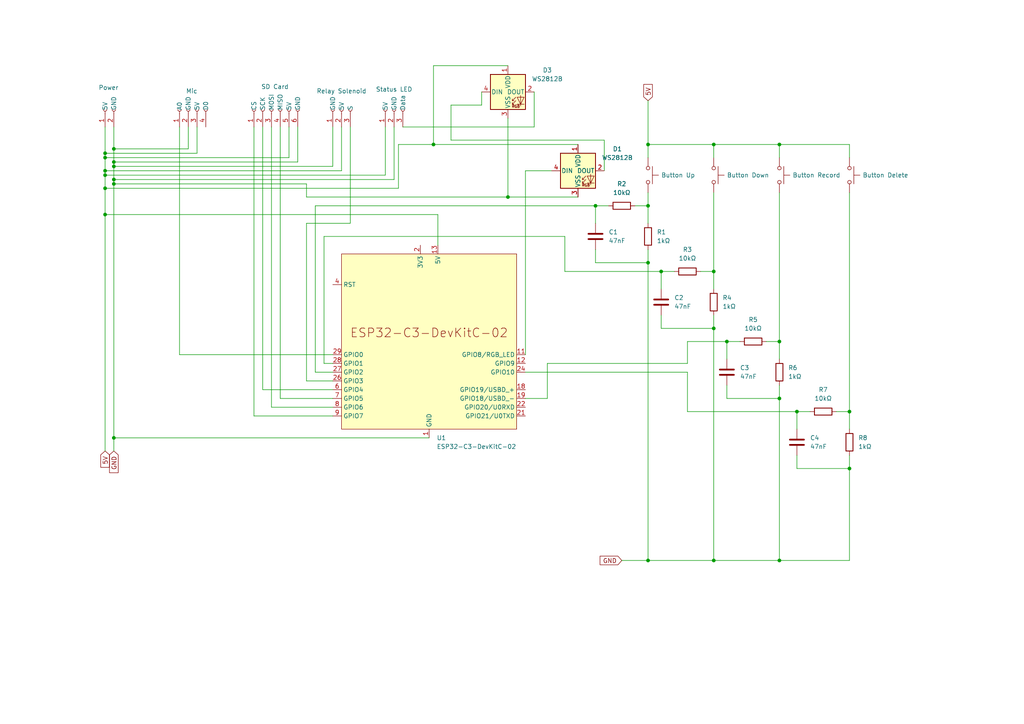
<source format=kicad_sch>
(kicad_sch (version 20231120) (generator "eeschema") (generator_version "8.0")
  (paper "A4")
  (title_block (title "Klopf Klopf (Mustererkennung)") (comment 1 "Aus diesem Schaltpplan generieren wir uns PCB"))
  (lib_symbols
    (symbol "Conn_01x03_Socket_1" (pin_names (offset 1.016))
      (property "Value" "Status LED" (at 7.366 0 90))
      (symbol "Conn_01x03_Socket_1_1_1"
        (arc (start 0 -2.032) (mid -0.5058 -2.54) (end 0 -3.048) (stroke (width 0.1524)))
        (polyline (pts (xy -1.27 -2.54) (xy -0.508 -2.54)) (stroke (width 0.1524)))
        (polyline (pts (xy -1.27 0) (xy -0.508 0)) (stroke (width 0.1524)))
        (polyline (pts (xy -1.27 2.54) (xy -0.508 2.54)) (stroke (width 0.1524)))
        (arc (start 0 0.508) (mid -0.5058 0) (end 0 -0.508) (stroke (width 0.1524)))
        (arc (start 0 3.048) (mid -0.5058 2.54) (end 0 2.032) (stroke (width 0.1524)))
        (pin passive line (at -5.08 2.54 0) (length 3.81) (name "5V") (number "1"))
        (pin passive line (at -5.08 0 0) (length 3.81) (name "GND") (number "2"))
        (pin passive line (at -5.08 -2.54 0) (length 3.81) (name "Data") (number "3"))
      )
    )
    (symbol "Connector:Conn_01x02_Socket" (pin_names (offset 1.016))
      (property "Value" "Power" (at 6.35 -1.016 90))
      (symbol "Conn_01x02_Socket_1_1"
        (arc (start 0 -2.032) (mid -0.5058 -2.54) (end 0 -3.048) (stroke (width 0.1524)))
        (polyline (pts (xy -1.27 -2.54) (xy -0.508 -2.54)) (stroke (width 0.1524)))
        (polyline (pts (xy -1.27 0) (xy -0.508 0)) (stroke (width 0.1524)))
        (arc (start 0 0.508) (mid -0.5058 0) (end 0 -0.508) (stroke (width 0.1524)))
        (pin passive line (at -5.08 0 0) (length 3.81) (name "5V") (number "1"))
        (pin passive line (at -5.08 -2.54 0) (length 3.81) (name "GND") (number "2"))
      )
    )
    (symbol "Connector:Conn_01x03_Socket" (pin_names (offset 1.016))
      (property "Value" "Relay" (at 5.588 0.254 90))
      (symbol "Conn_01x03_Socket_1_1"
        (arc (start 0 -2.032) (mid -0.5058 -2.54) (end 0 -3.048) (stroke (width 0.1524)))
        (polyline (pts (xy -1.27 -2.54) (xy -0.508 -2.54)) (stroke (width 0.1524)))
        (polyline (pts (xy -1.27 0) (xy -0.508 0)) (stroke (width 0.1524)))
        (polyline (pts (xy -1.27 2.54) (xy -0.508 2.54)) (stroke (width 0.1524)))
        (arc (start 0 0.508) (mid -0.5058 0) (end 0 -0.508) (stroke (width 0.1524)))
        (arc (start 0 3.048) (mid -0.5058 2.54) (end 0 2.032) (stroke (width 0.1524)))
        (pin passive line (at -5.08 2.54 0) (length 3.81) (name "GND") (number "1"))
        (pin passive line (at -5.08 0 0) (length 3.81) (name "5V") (number "2"))
        (pin passive line (at -5.08 -2.54 0) (length 3.81) (name "S") (number "3"))
      )
    )
    (symbol "Connector:Conn_01x04_Socket" (pin_names (offset 1.016))
      (property "Value" "Mic" (at 5.334 -1.016 90))
      (symbol "Conn_01x04_Socket_1_1"
        (arc (start 0 -4.572) (mid -0.5058 -5.08) (end 0 -5.588) (stroke (width 0.1524)))
        (arc (start 0 -2.032) (mid -0.5058 -2.54) (end 0 -3.048) (stroke (width 0.1524)))
        (polyline (pts (xy -1.27 -5.08) (xy -0.508 -5.08)) (stroke (width 0.1524)))
        (polyline (pts (xy -1.27 -2.54) (xy -0.508 -2.54)) (stroke (width 0.1524)))
        (polyline (pts (xy -1.27 0) (xy -0.508 0)) (stroke (width 0.1524)))
        (polyline (pts (xy -1.27 2.54) (xy -0.508 2.54)) (stroke (width 0.1524)))
        (arc (start 0 0.508) (mid -0.5058 0) (end 0 -0.508) (stroke (width 0.1524)))
        (arc (start 0 3.048) (mid -0.5058 2.54) (end 0 2.032) (stroke (width 0.1524)))
        (pin passive line (at -5.08 2.54 0) (length 3.81) (name "A0") (number "1"))
        (pin passive line (at -5.08 0 0) (length 3.81) (name "GND") (number "2"))
        (pin passive line (at -5.08 -2.54 0) (length 3.81) (name "5V") (number "3"))
        (pin passive line (at -5.08 -5.08 0) (length 3.81) (name "D0") (number "4"))
      )
    )
    (symbol "Connector:Conn_01x06_Socket" (pin_names (offset 1.016))
      (property "Value" "SD Card" (at 6.604 -1.016 90))
      (symbol "Conn_01x06_Socket_1_1"
        (arc (start 0 -7.112) (mid -0.5058 -7.62) (end 0 -8.128) (stroke (width 0.1524)))
        (arc (start 0 -4.572) (mid -0.5058 -5.08) (end 0 -5.588) (stroke (width 0.1524)))
        (arc (start 0 -2.032) (mid -0.5058 -2.54) (end 0 -3.048) (stroke (width 0.1524)))
        (polyline (pts (xy -1.27 -7.62) (xy -0.508 -7.62)) (stroke (width 0.1524)))
        (polyline (pts (xy -1.27 -5.08) (xy -0.508 -5.08)) (stroke (width 0.1524)))
        (polyline (pts (xy -1.27 -2.54) (xy -0.508 -2.54)) (stroke (width 0.1524)))
        (polyline (pts (xy -1.27 0) (xy -0.508 0)) (stroke (width 0.1524)))
        (polyline (pts (xy -1.27 2.54) (xy -0.508 2.54)) (stroke (width 0.1524)))
        (polyline (pts (xy -1.27 5.08) (xy -0.508 5.08)) (stroke (width 0.1524)))
        (arc (start 0 0.508) (mid -0.5058 0) (end 0 -0.508) (stroke (width 0.1524)))
        (arc (start 0 3.048) (mid -0.5058 2.54) (end 0 2.032) (stroke (width 0.1524)))
        (arc (start 0 5.588) (mid -0.5058 5.08) (end 0 4.572) (stroke (width 0.1524)))
        (pin passive line (at -5.08 5.08 0) (length 3.81) (name "CS") (number "1"))
        (pin passive line (at -5.08 2.54 0) (length 3.81) (name "SCK") (number "2"))
        (pin passive line (at -5.08 0 0) (length 3.81) (name "MOSI") (number "3"))
        (pin passive line (at -5.08 -2.54 0) (length 3.81) (name "MISO") (number "4"))
        (pin passive line (at -5.08 -5.08 0) (length 3.81) (name "5V") (number "5"))
        (pin passive line (at -5.08 -7.62 0) (length 3.81) (name "GND") (number "6"))
      )
    )
    (symbol "Device:C" (pin_numbers hide) (pin_names (offset 0.254))
      (property "Reference" "C" (at 0.635 2.54 0))
      (property "Value" "C" (at 0.635 -2.54 0))
      (symbol "C_0_1"
        (polyline (pts (xy -2.032 -0.762) (xy 2.032 -0.762)) (stroke (width 0.508)))
        (polyline (pts (xy -2.032 0.762) (xy 2.032 0.762)) (stroke (width 0.508)))
      )
      (symbol "C_1_1"
        (pin passive line (at 0 3.81 270) (length 2.794) (name "~") (number "1"))
        (pin passive line (at 0 -3.81 90) (length 2.794) (name "~") (number "2"))
      )
    )
    (symbol "Device:R" (pin_numbers hide) (pin_names (offset 0))
      (property "Reference" "R" (at 2.032 0 90))
      (property "Value" "R" (at 0 0 90))
      (symbol "R_0_1"
        (rectangle (start -1.016 -2.54) (end 1.016 2.54) (stroke (width 0.254)))
      )
      (symbol "R_1_1"
        (pin passive line (at 0 3.81 270) (length 1.27) (name "~") (number "1"))
        (pin passive line (at 0 -3.81 90) (length 1.27) (name "~") (number "2"))
      )
    )
    (symbol "LED:WS2812B" (pin_names (offset 0.254))
      (property "Reference" "D" (at 5.08 5.715 0))
      (property "Value" "WS2812B" (at 1.27 -5.715 0))
      (symbol "WS2812B_0_0"
        (text "RGB" (at 2.286 -4.191 0) (effects (font (size 0.762 0.762))))
      )
      (symbol "WS2812B_0_1"
        (polyline (pts (xy 1.27 -3.556) (xy 1.778 -3.556)))
        (polyline (pts (xy 1.27 -2.54) (xy 1.778 -2.54)))
        (polyline (pts (xy 4.699 -3.556) (xy 2.667 -3.556)))
        (polyline (pts (xy 2.286 -2.54) (xy 1.27 -3.556) (xy 1.27 -3.048)))
        (polyline (pts (xy 2.286 -1.524) (xy 1.27 -2.54) (xy 1.27 -2.032)))
        (polyline (pts (xy 3.683 -1.016) (xy 3.683 -3.556) (xy 3.683 -4.064)))
        (polyline (pts (xy 4.699 -1.524) (xy 2.667 -1.524) (xy 3.683 -3.556) (xy 4.699 -1.524)))
        (rectangle (start 5.08 5.08) (end -5.08 -5.08) (stroke (width 0.254)) (fill (type background)))
      )
      (symbol "WS2812B_1_1"
        (pin power_in line (at 0 7.62 270) (length 2.54) (name "VDD") (number "1"))
        (pin output line (at 7.62 0 180) (length 2.54) (name "DOUT") (number "2"))
        (pin power_in line (at 0 -7.62 90) (length 2.54) (name "VSS") (number "3"))
        (pin input line (at -7.62 0 0) (length 2.54) (name "DIN") (number "4"))
      )
    )
    (symbol "PCM_Espressif:ESP32-C3-DevKitC-02"
      (property "Reference" "U" (at -25.4 30.48 0))
      (property "Value" "ESP32-C3-DevKitC-02" (at -25.4 27.94 0))
      (symbol "ESP32-C3-DevKitC-02_0_1"
        (rectangle (start -25.4 25.4) (end 25.4 -25.4) (fill (type background)))
      )
      (symbol "ESP32-C3-DevKitC-02_1_0"
        (text "ESP32-C3-DevKitC-02" (at 0 2.54 0) (effects (font (size 2.54 2.54))))
      )
      (symbol "ESP32-C3-DevKitC-02_1_1"
        (pin passive line (at 0 -27.94 90) (length 2.54) (name "GND") (number "1"))
        (pin passive line (at 0 -27.94 90) (length 2.54) hide (name "GND") (number "10"))
        (pin bidirectional line (at 27.94 -3.81 180) (length 2.54) (name "GPIO8/RGB_LED") (number "11"))
        (pin bidirectional line (at 27.94 -6.35 180) (length 2.54) (name "GPIO9") (number "12"))
        (pin power_in line (at 2.54 27.94 270) (length 2.54) (name "5V") (number "13"))
        (pin power_in line (at 2.54 27.94 270) (length 2.54) hide (name "5V") (number "14"))
        (pin passive line (at 0 -27.94 90) (length 2.54) hide (name "GND") (number "15"))
        (pin passive line (at 0 -27.94 90) (length 2.54) hide (name "GND") (number "16"))
        (pin passive line (at 0 -27.94 90) (length 2.54) hide (name "GND") (number "17"))
        (pin bidirectional line (at 27.94 -13.97 180) (length 2.54) (name "GPIO19/USBD_+") (number "18"))
        (pin bidirectional line (at 27.94 -16.51 180) (length 2.54) (name "GPIO18/USBD_-") (number "19"))
        (pin power_in line (at -2.54 27.94 270) (length 2.54) (name "3V3") (number "2"))
        (pin passive line (at 0 -27.94 90) (length 2.54) hide (name "GND") (number "20"))
        (pin bidirectional line (at 27.94 -21.59 180) (length 2.54) (name "GPIO21/U0TXD") (number "21"))
        (pin bidirectional line (at 27.94 -19.05 180) (length 2.54) (name "GPIO20/U0RXD") (number "22"))
        (pin passive line (at 0 -27.94 90) (length 2.54) hide (name "GND") (number "23"))
        (pin bidirectional line (at 27.94 -8.89 180) (length 2.54) (name "GPIO10") (number "24"))
        (pin passive line (at 0 -27.94 90) (length 2.54) hide (name "GND") (number "25"))
        (pin bidirectional line (at -27.94 -11.43 0) (length 2.54) (name "GPIO3") (number "26"))
        (pin bidirectional line (at -27.94 -8.89 0) (length 2.54) (name "GPIO2") (number "27"))
        (pin bidirectional line (at -27.94 -6.35 0) (length 2.54) (name "GPIO1") (number "28"))
        (pin bidirectional line (at -27.94 -3.81 0) (length 2.54) (name "GPIO0") (number "29"))
        (pin power_in line (at -2.54 27.94 270) (length 2.54) hide (name "3V3") (number "3"))
        (pin passive line (at 0 -27.94 90) (length 2.54) hide (name "GND") (number "30"))
        (pin output line (at -27.94 16.51 0) (length 2.54) (name "RST") (number "4"))
        (pin passive line (at 0 -27.94 90) (length 2.54) hide (name "GND") (number "5"))
        (pin bidirectional line (at -27.94 -13.97 0) (length 2.54) (name "GPIO4") (number "6"))
        (pin bidirectional line (at -27.94 -16.51 0) (length 2.54) (name "GPIO5") (number "7"))
        (pin bidirectional line (at -27.94 -19.05 0) (length 2.54) (name "GPIO6") (number "8"))
        (pin bidirectional line (at -27.94 -21.59 0) (length 2.54) (name "GPIO7") (number "9"))
      )
    )
    (symbol "Switch:SW_Push" (pin_numbers hide) (pin_names (offset 1.016) hide)
      (property "Reference" "SW" (at 1.27 2.54 0))
      (property "Value" "SW_Push" (at 0 -1.524 0))
      (symbol "SW_Push_0_1"
        (circle (center -2.032 0) (radius 0.508))
        (polyline (pts (xy 0 1.27) (xy 0 3.048)))
        (polyline (pts (xy 2.54 1.27) (xy -2.54 1.27)))
        (circle (center 2.032 0) (radius 0.508))
        (pin passive line (at -5.08 0 0) (length 2.54) (name "1") (number "1"))
        (pin passive line (at 5.08 0 180) (length 2.54) (name "2") (number "2"))
      )
    )
  )
  (junction (at 210.82 99.06))
  (junction (at 30.48 50.8))
  (junction (at 191.77 78.74))
  (junction (at 246.38 119.38))
  (junction (at 226.06 41.91))
  (junction (at 33.02 127))
  (junction (at 187.96 76.2))
  (junction (at 207.01 162.56))
  (junction (at 33.02 53.34))
  (junction (at 187.96 162.56))
  (junction (at 226.06 115.57))
  (junction (at 30.48 54.61))
  (junction (at 33.02 48.26))
  (junction (at 207.01 41.91))
  (junction (at 30.48 62.23))
  (junction (at 172.72 59.69))
  (junction (at 33.02 43.18))
  (junction (at 33.02 46.99))
  (junction (at 246.38 135.89))
  (junction (at 30.48 49.53))
  (junction (at 207.01 78.74))
  (junction (at 231.14 119.38))
  (junction (at 187.96 41.91))
  (junction (at 226.06 99.06))
  (junction (at 147.32 57.15))
  (junction (at 187.96 59.69))
  (junction (at 207.01 95.25))
  (junction (at 125.73 41.91))
  (junction (at 30.48 44.45))
  (junction (at 33.02 52.07))
  (junction (at 226.06 162.56))
  (junction (at 30.48 45.72))
  (wire (pts (xy 57.15 44.45) (xy 30.48 44.45)))
  (wire (pts (xy 30.48 50.8) (xy 30.48 54.61)))
  (wire (pts (xy 78.74 36.83) (xy 78.74 118.11)))
  (wire (pts (xy 187.96 55.88) (xy 187.96 59.69)))
  (wire (pts (xy 195.58 78.74) (xy 191.77 78.74)))
  (wire (pts (xy 187.96 59.69) (xy 187.96 64.77)))
  (wire (pts (xy 96.52 48.26) (xy 33.02 48.26)))
  (wire (pts (xy 172.72 76.2) (xy 187.96 76.2)))
  (wire (pts (xy 199.39 119.38) (xy 231.14 119.38)))
  (wire (pts (xy 114.3 52.07) (xy 33.02 52.07)))
  (wire (pts (xy 184.15 59.69) (xy 187.96 59.69)))
  (wire (pts (xy 130.81 40.64) (xy 130.81 30.48)))
  (wire (pts (xy 246.38 119.38) (xy 246.38 124.46)))
  (wire (pts (xy 33.02 53.34) (xy 33.02 127)))
  (wire (pts (xy 76.2 113.03) (xy 96.52 113.03)))
  (wire (pts (xy 114.3 36.83) (xy 114.3 52.07)))
  (wire (pts (xy 226.06 41.91) (xy 246.38 41.91)))
  (wire (pts (xy 207.01 95.25) (xy 207.01 91.44)))
  (wire (pts (xy 199.39 105.41) (xy 158.75 105.41)))
  (wire (pts (xy 222.25 99.06) (xy 226.06 99.06)))
  (wire (pts (xy 139.7 26.67) (xy 139.7 30.48)))
  (wire (pts (xy 33.02 53.34) (xy 88.9 53.34)))
  (wire (pts (xy 158.75 105.41) (xy 158.75 115.57)))
  (wire (pts (xy 187.96 29.21) (xy 187.96 41.91)))
  (wire (pts (xy 187.96 76.2) (xy 187.96 162.56)))
  (wire (pts (xy 199.39 99.06) (xy 210.82 99.06)))
  (wire (pts (xy 207.01 41.91) (xy 207.01 45.72)))
  (wire (pts (xy 210.82 111.76) (xy 210.82 115.57)))
  (wire (pts (xy 33.02 43.18) (xy 33.02 46.99)))
  (wire (pts (xy 30.48 45.72) (xy 30.48 49.53)))
  (wire (pts (xy 176.53 59.69) (xy 172.72 59.69)))
  (wire (pts (xy 172.72 72.39) (xy 172.72 76.2)))
  (wire (pts (xy 187.96 41.91) (xy 207.01 41.91)))
  (wire (pts (xy 99.06 49.53) (xy 30.48 49.53)))
  (wire (pts (xy 147.32 57.15) (xy 167.64 57.15)))
  (wire (pts (xy 226.06 115.57) (xy 226.06 162.56)))
  (wire (pts (xy 154.94 36.83) (xy 116.84 36.83)))
  (wire (pts (xy 33.02 46.99) (xy 33.02 48.26)))
  (wire (pts (xy 83.82 36.83) (xy 83.82 45.72)))
  (wire (pts (xy 76.2 36.83) (xy 76.2 113.03)))
  (wire (pts (xy 210.82 99.06) (xy 210.82 104.14)))
  (wire (pts (xy 30.48 44.45) (xy 30.48 45.72)))
  (wire (pts (xy 96.52 36.83) (xy 96.52 48.26)))
  (wire (pts (xy 52.07 36.83) (xy 52.07 102.87)))
  (wire (pts (xy 88.9 57.15) (xy 147.32 57.15)))
  (wire (pts (xy 167.64 41.91) (xy 125.73 41.91)))
  (wire (pts (xy 231.14 135.89) (xy 246.38 135.89)))
  (wire (pts (xy 33.02 52.07) (xy 33.02 53.34)))
  (wire (pts (xy 30.48 62.23) (xy 30.48 130.81)))
  (wire (pts (xy 30.48 49.53) (xy 30.48 50.8)))
  (wire (pts (xy 130.81 40.64) (xy 175.26 40.64)))
  (wire (pts (xy 154.94 26.67) (xy 154.94 36.83)))
  (wire (pts (xy 163.83 78.74) (xy 191.77 78.74)))
  (wire (pts (xy 246.38 55.88) (xy 246.38 119.38)))
  (wire (pts (xy 234.95 119.38) (xy 231.14 119.38)))
  (wire (pts (xy 191.77 78.74) (xy 191.77 83.82)))
  (wire (pts (xy 93.98 68.58) (xy 163.83 68.58)))
  (wire (pts (xy 175.26 40.64) (xy 175.26 49.53)))
  (wire (pts (xy 111.76 50.8) (xy 30.48 50.8)))
  (wire (pts (xy 93.98 105.41) (xy 93.98 68.58)))
  (wire (pts (xy 160.02 49.53) (xy 152.4 49.53)))
  (wire (pts (xy 187.96 45.72) (xy 187.96 41.91)))
  (wire (pts (xy 158.75 115.57) (xy 152.4 115.57)))
  (wire (pts (xy 199.39 105.41) (xy 199.39 99.06)))
  (wire (pts (xy 124.46 127) (xy 33.02 127)))
  (wire (pts (xy 88.9 110.49) (xy 96.52 110.49)))
  (wire (pts (xy 147.32 19.05) (xy 125.73 19.05)))
  (wire (pts (xy 226.06 99.06) (xy 226.06 104.14)))
  (wire (pts (xy 231.14 119.38) (xy 231.14 124.46)))
  (wire (pts (xy 152.4 107.95) (xy 199.39 107.95)))
  (wire (pts (xy 86.36 46.99) (xy 33.02 46.99)))
  (wire (pts (xy 73.66 36.83) (xy 73.66 120.65)))
  (wire (pts (xy 54.61 43.18) (xy 33.02 43.18)))
  (wire (pts (xy 207.01 78.74) (xy 207.01 83.82)))
  (wire (pts (xy 246.38 41.91) (xy 246.38 45.72)))
  (wire (pts (xy 115.57 54.61) (xy 30.48 54.61)))
  (wire (pts (xy 78.74 118.11) (xy 96.52 118.11)))
  (wire (pts (xy 52.07 102.87) (xy 96.52 102.87)))
  (wire (pts (xy 147.32 34.29) (xy 147.32 57.15)))
  (wire (pts (xy 199.39 107.95) (xy 199.39 119.38)))
  (wire (pts (xy 81.28 36.83) (xy 81.28 115.57)))
  (wire (pts (xy 207.01 95.25) (xy 207.01 162.56)))
  (wire (pts (xy 86.36 36.83) (xy 86.36 46.99)))
  (wire (pts (xy 231.14 132.08) (xy 231.14 135.89)))
  (wire (pts (xy 203.2 78.74) (xy 207.01 78.74)))
  (wire (pts (xy 226.06 41.91) (xy 226.06 45.72)))
  (wire (pts (xy 172.72 59.69) (xy 172.72 64.77)))
  (wire (pts (xy 187.96 162.56) (xy 207.01 162.56)))
  (wire (pts (xy 207.01 55.88) (xy 207.01 78.74)))
  (wire (pts (xy 191.77 95.25) (xy 207.01 95.25)))
  (wire (pts (xy 125.73 19.05) (xy 125.73 41.91)))
  (wire (pts (xy 115.57 41.91) (xy 115.57 54.61)))
  (wire (pts (xy 246.38 135.89) (xy 246.38 162.56)))
  (wire (pts (xy 207.01 41.91) (xy 226.06 41.91)))
  (wire (pts (xy 246.38 135.89) (xy 246.38 132.08)))
  (wire (pts (xy 30.48 36.83) (xy 30.48 44.45)))
  (wire (pts (xy 127 71.12) (xy 127 62.23)))
  (wire (pts (xy 33.02 48.26) (xy 33.02 52.07)))
  (wire (pts (xy 191.77 91.44) (xy 191.77 95.25)))
  (wire (pts (xy 81.28 115.57) (xy 96.52 115.57)))
  (wire (pts (xy 54.61 36.83) (xy 54.61 43.18)))
  (wire (pts (xy 214.63 99.06) (xy 210.82 99.06)))
  (wire (pts (xy 152.4 49.53) (xy 152.4 102.87)))
  (wire (pts (xy 57.15 36.83) (xy 57.15 44.45)))
  (wire (pts (xy 242.57 119.38) (xy 246.38 119.38)))
  (wire (pts (xy 180.34 162.56) (xy 187.96 162.56)))
  (wire (pts (xy 207.01 162.56) (xy 226.06 162.56)))
  (wire (pts (xy 96.52 105.41) (xy 93.98 105.41)))
  (wire (pts (xy 33.02 127) (xy 33.02 130.81)))
  (wire (pts (xy 210.82 115.57) (xy 226.06 115.57)))
  (wire (pts (xy 30.48 54.61) (xy 30.48 62.23)))
  (wire (pts (xy 101.6 64.77) (xy 101.6 36.83)))
  (wire (pts (xy 73.66 120.65) (xy 96.52 120.65)))
  (wire (pts (xy 96.52 107.95) (xy 91.44 107.95)))
  (wire (pts (xy 83.82 45.72) (xy 30.48 45.72)))
  (wire (pts (xy 226.06 55.88) (xy 226.06 99.06)))
  (wire (pts (xy 226.06 115.57) (xy 226.06 111.76)))
  (wire (pts (xy 130.81 30.48) (xy 139.7 30.48)))
  (wire (pts (xy 88.9 110.49) (xy 88.9 64.77)))
  (wire (pts (xy 187.96 76.2) (xy 187.96 72.39)))
  (wire (pts (xy 88.9 53.34) (xy 88.9 57.15)))
  (wire (pts (xy 99.06 36.83) (xy 99.06 49.53)))
  (wire (pts (xy 91.44 107.95) (xy 91.44 59.69)))
  (wire (pts (xy 91.44 59.69) (xy 172.72 59.69)))
  (wire (pts (xy 163.83 68.58) (xy 163.83 78.74)))
  (wire (pts (xy 33.02 36.83) (xy 33.02 43.18)))
  (wire (pts (xy 111.76 36.83) (xy 111.76 50.8)))
  (wire (pts (xy 226.06 162.56) (xy 246.38 162.56)))
  (wire (pts (xy 125.73 41.91) (xy 115.57 41.91)))
  (wire (pts (xy 127 62.23) (xy 30.48 62.23)))
  (wire (pts (xy 88.9 64.77) (xy 101.6 64.77)))
  (global_label "5V" (shape input) (at 187.96 29.21 90) (property "Intersheetrefs" "${INTERSHEET_REFS}" (effects (hide yes))))
  (global_label "GND" (shape input) (at 180.34 162.56 180) (property "Intersheetrefs" "${INTERSHEET_REFS}" (effects (hide yes))))
  (global_label "5V" (shape input) (at 30.48 130.81 270) (property "Intersheetrefs" "${INTERSHEET_REFS}" (effects (hide yes))))
  (global_label "GND" (shape input) (at 33.02 130.81 270) (property "Intersheetrefs" "${INTERSHEET_REFS}" (effects (hide yes))))
  (symbol (lib_id "Device:R") (at 246.38 128.27 0) (unit 1)
    (property "Reference" "R8" (at 248.92 126.9999 0) (effects (justify left)))
    (property "Value" "1kΩ" (at 248.92 129.5399 0) (effects (justify left)))
    (property "Footprint" "Resistor_THT:R_Axial_DIN0207_L6.3mm_D2.5mm_P10.16mm_Horizontal" (effects (hide yes)))
    (property "Description" "Resistor" (effects (hide yes)))
  )
  (symbol (lib_id "Device:R") (at 180.34 59.69 270) (unit 1)
    (property "Reference" "R2" (at 180.34 53.34 90))
    (property "Value" "10kΩ" (at 180.34 55.88 90))
    (property "Footprint" "Resistor_THT:R_Axial_DIN0207_L6.3mm_D2.5mm_P10.16mm_Horizontal" (effects (hide yes)))
    (property "Description" "Resistor" (effects (hide yes)))
  )
  (symbol (lib_id "Connector:Conn_01x04_Socket") (at 54.61 31.75 90) (unit 1)
    (property "Reference" "J2" (effects (hide yes)))
    (property "Value" "Mic" (at 55.626 26.416 90))
    (property "Footprint" "TerminalBlock:TerminalBlock_MaiXu_MX126-5.0-04P_1x04_P5.00mm" (effects (hide yes)))
    (property "Description" "Generic connector, single row, 01x04, script generated" (effects (hide yes)))
  )
  (symbol (lib_id "Device:R") (at 207.01 87.63 0) (unit 1)
    (property "Reference" "R4" (at 209.55 86.3599 0) (effects (justify left)))
    (property "Value" "1kΩ" (at 209.55 88.8999 0) (effects (justify left)))
    (property "Footprint" "Resistor_THT:R_Axial_DIN0207_L6.3mm_D2.5mm_P10.16mm_Horizontal" (effects (hide yes)))
    (property "Description" "Resistor" (effects (hide yes)))
  )
  (symbol (lib_id "PCM_Espressif:ESP32-C3-DevKitC-02") (at 124.46 99.06 0) (unit 1)
    (property "Reference" "U1" (at 126.6541 127 0) (effects (justify left)))
    (property "Value" "ESP32-C3-DevKitC-02" (at 126.6541 129.54 0) (effects (justify left)))
    (property "Footprint" "footprints:XCVR_ESP32-C3-DEVKITC-02" (effects (hide yes)))
    (property "Datasheet" "https://www.espressif.com/sites/default/files/documentation/esp32-c3_datasheet_en.pdf" (effects (hide yes)))
    (property "Description" "ESP32-C3-DevKitC-02 is an entry-level development board based on ESP32-C3-WROOM-02, a general-purpose module with 4 MB SPI flash. This board integrates complete Wi-Fi and Bluetooth® Low Energy functions." (effects (hide yes)))
  )
  (symbol (lib_id "Device:R") (at 238.76 119.38 270) (unit 1)
    (property "Reference" "R7" (at 238.76 113.03 90))
    (property "Value" "10kΩ" (at 238.76 115.57 90))
    (property "Footprint" "Resistor_THT:R_Axial_DIN0207_L6.3mm_D2.5mm_P10.16mm_Horizontal" (effects (hide yes)))
    (property "Description" "Resistor" (effects (hide yes)))
  )
  (symbol (lib_id "Device:C") (at 172.72 68.58 0) (unit 1)
    (property "Reference" "C1" (at 176.53 67.3099 0) (effects (justify left)))
    (property "Value" "47nF" (at 176.53 69.8499 0) (effects (justify left)))
    (property "Footprint" "Capacitor_THT:C_Disc_D5.0mm_W2.5mm_P5.00mm" (effects (hide yes)))
    (property "Description" "Unpolarized capacitor" (effects (hide yes)))
  )
  (symbol (lib_id "Connector:Conn_01x02_Socket") (at 30.48 31.75 90) (unit 1)
    (property "Reference" "P1" (effects (hide yes)))
    (property "Value" "Power" (at 31.496 25.4 90))
    (property "Footprint" "TerminalBlock:TerminalBlock_bornier-2_P5.08mm" (effects (hide yes)))
    (property "Description" "Generic connector, single row, 01x02, script generated" (effects (hide yes)))
  )
  (symbol (lib_id "Device:R") (at 226.06 107.95 0) (unit 1)
    (property "Reference" "R6" (at 228.6 106.6799 0) (effects (justify left)))
    (property "Value" "1kΩ" (at 228.6 109.2199 0) (effects (justify left)))
    (property "Footprint" "Resistor_THT:R_Axial_DIN0207_L6.3mm_D2.5mm_P10.16mm_Horizontal" (effects (hide yes)))
    (property "Description" "Resistor" (effects (hide yes)))
  )
  (symbol (lib_id "Device:C") (at 231.14 128.27 0) (unit 1)
    (property "Reference" "C4" (at 234.95 126.9999 0) (effects (justify left)))
    (property "Value" "47nF" (at 234.95 129.5399 0) (effects (justify left)))
    (property "Footprint" "Capacitor_THT:C_Disc_D5.0mm_W2.5mm_P5.00mm" (effects (hide yes)))
    (property "Description" "Unpolarized capacitor" (effects (hide yes)))
  )
  (symbol (lib_id "Device:R") (at 187.96 68.58 0) (unit 1)
    (property "Reference" "R1" (at 190.5 67.3099 0) (effects (justify left)))
    (property "Value" "1kΩ" (at 190.5 69.8499 0) (effects (justify left)))
    (property "Footprint" "Resistor_THT:R_Axial_DIN0207_L6.3mm_D2.5mm_P10.16mm_Horizontal" (effects (hide yes)))
    (property "Description" "Resistor" (effects (hide yes)))
  )
  (symbol (lib_id "LED:WS2812B") (at 167.64 49.53 0) (unit 1)
    (property "Reference" "D1" (at 179.07 43.2114 0))
    (property "Value" "WS2812B" (at 179.07 45.7514 0))
    (property "Footprint" "LED_SMD:LED_WS2812B_PLCC4_5.0x5.0mm_P3.2mm" (effects (hide yes)))
    (property "Datasheet" "https://cdn-shop.adafruit.com/datasheets/WS2812B.pdf" (effects (hide yes)))
    (property "Description" "RGB LED with integrated controller" (effects (hide yes)))
  )
  (symbol (lib_id "Connector:Conn_01x06_Socket") (at 78.74 31.75 90) (unit 1)
    (property "Reference" "J1" (effects (hide yes)))
    (property "Value" "SD Card" (at 79.756 25.146 90))
    (property "Footprint" "TerminalBlock:TerminalBlock_MaiXu_MX126-5.0-06P_1x06_P5.00mm" (effects (hide yes)))
    (property "Description" "Generic connector, single row, 01x06, script generated" (effects (hide yes)))
  )
  (symbol (lib_id "Switch:SW_Push") (at 187.96 50.8 270) (unit 1)
    (property "Reference" "SW1" (effects (hide yes)))
    (property "Value" "Button Up" (at 191.77 50.7999 90) (effects (justify left)))
    (property "Footprint" "Button_Switch_THT:SW_PUSH_6mm_H4.3mm" (effects (hide yes)))
    (property "Description" "Push button switch, generic, two pins" (effects (hide yes)))
  )
  (symbol (lib_id "Device:C") (at 191.77 87.63 0) (unit 1)
    (property "Reference" "C2" (at 195.58 86.3599 0) (effects (justify left)))
    (property "Value" "47nF" (at 195.58 88.8999 0) (effects (justify left)))
    (property "Footprint" "Capacitor_THT:C_Disc_D5.0mm_W2.5mm_P5.00mm" (effects (hide yes)))
    (property "Description" "Unpolarized capacitor" (effects (hide yes)))
  )
  (symbol (lib_id "Switch:SW_Push") (at 207.01 50.8 270) (unit 1)
    (property "Reference" "SW2" (effects (hide yes)))
    (property "Value" "Button Down" (at 210.82 50.7999 90) (effects (justify left)))
    (property "Footprint" "Button_Switch_THT:SW_PUSH_6mm_H4.3mm" (effects (hide yes)))
    (property "Description" "Push button switch, generic, two pins" (effects (hide yes)))
  )
  (symbol (lib_id "Device:R") (at 199.39 78.74 270) (unit 1)
    (property "Reference" "R3" (at 199.39 72.39 90))
    (property "Value" "10kΩ" (at 199.39 74.93 90))
    (property "Footprint" "Resistor_THT:R_Axial_DIN0207_L6.3mm_D2.5mm_P10.16mm_Horizontal" (effects (hide yes)))
    (property "Description" "Resistor" (effects (hide yes)))
  )
  (symbol (lib_id "LED:WS2812B") (at 147.32 26.67 0) (unit 1)
    (property "Reference" "D3" (at 158.75 20.3514 0))
    (property "Value" "WS2812B" (at 158.75 22.8914 0))
    (property "Footprint" "LED_SMD:LED_WS2812B_PLCC4_5.0x5.0mm_P3.2mm" (effects (hide yes)))
    (property "Datasheet" "https://cdn-shop.adafruit.com/datasheets/WS2812B.pdf" (effects (hide yes)))
    (property "Description" "RGB LED with integrated controller" (effects (hide yes)))
  )
  (symbol (lib_name "Conn_01x03_Socket_1") (lib_id "Connector:Conn_01x03_Socket") (at 114.3 31.75 90) (unit 1)
    (property "Reference" "J4" (effects (hide yes)))
    (property "Value" "Status LED" (at 114.3 25.908 90))
    (property "Footprint" "TerminalBlock:TerminalBlock_bornier-3_P5.08mm" (effects (hide yes)))
    (property "Description" "Generic connector, single row, 01x03, script generated" (effects (hide yes)))
  )
  (symbol (lib_id "Device:R") (at 218.44 99.06 270) (unit 1)
    (property "Reference" "R5" (at 218.44 92.71 90))
    (property "Value" "10kΩ" (at 218.44 95.25 90))
    (property "Footprint" "Resistor_THT:R_Axial_DIN0207_L6.3mm_D2.5mm_P10.16mm_Horizontal" (effects (hide yes)))
    (property "Description" "Resistor" (effects (hide yes)))
  )
  (symbol (lib_id "Switch:SW_Push") (at 246.38 50.8 270) (unit 1)
    (property "Reference" "SW4" (effects (hide yes)))
    (property "Value" "Button Delete" (at 250.19 50.7999 90) (effects (justify left)))
    (property "Footprint" "Button_Switch_THT:SW_PUSH_6mm_H4.3mm" (effects (hide yes)))
    (property "Description" "Push button switch, generic, two pins" (effects (hide yes)))
  )
  (symbol (lib_id "Switch:SW_Push") (at 226.06 50.8 270) (unit 1)
    (property "Reference" "SW3" (effects (hide yes)))
    (property "Value" "Button Record" (at 229.87 50.7999 90) (effects (justify left)))
    (property "Footprint" "Button_Switch_THT:SW_PUSH_6mm_H4.3mm" (effects (hide yes)))
    (property "Description" "Push button switch, generic, two pins" (effects (hide yes)))
  )
  (symbol (lib_id "Device:C") (at 210.82 107.95 0) (unit 1)
    (property "Reference" "C3" (at 214.63 106.6799 0) (effects (justify left)))
    (property "Value" "47nF" (at 214.63 109.2199 0) (effects (justify left)))
    (property "Footprint" "Capacitor_THT:C_Disc_D5.0mm_W2.5mm_P5.00mm" (effects (hide yes)))
    (property "Description" "Unpolarized capacitor" (effects (hide yes)))
  )
  (symbol (lib_id "Connector:Conn_01x03_Socket") (at 99.06 31.75 90) (unit 1)
    (property "Reference" "J3" (effects (hide yes)))
    (property "Value" "Relay Solenoid" (at 99.06 26.416 90))
    (property "Footprint" "TerminalBlock:TerminalBlock_bornier-3_P5.08mm" (effects (hide yes)))
    (property "Description" "Generic connector, single row, 01x03, script generated" (effects (hide yes)))
  )
  (sheet (at 312.42 7.62) (size 121.92 99.06) (stroke (width 0.1524))
    (property "Sheetname" "Components" (at 312.42 6.9084 0) (effects (justify left bottom)))
    (property "Sheetfile" "components.kicad_sch" (at 312.42 107.2646 0) (effects (justify left top)))
  )
)
</source>
